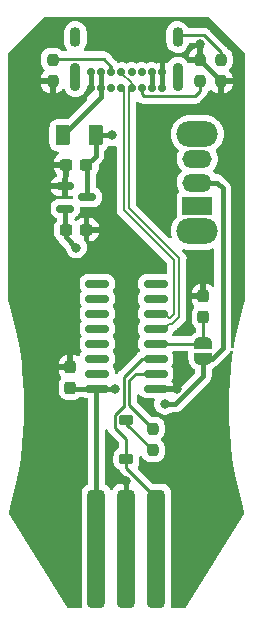
<source format=gtl>
G04 #@! TF.GenerationSoftware,KiCad,Pcbnew,7.0.9-7.0.9~ubuntu22.04.1*
G04 #@! TF.CreationDate,2023-12-26T10:47:29+01:00*
G04 #@! TF.ProjectId,UPDI programmer,55504449-2070-4726-9f67-72616d6d6572,rev?*
G04 #@! TF.SameCoordinates,Original*
G04 #@! TF.FileFunction,Copper,L1,Top*
G04 #@! TF.FilePolarity,Positive*
%FSLAX46Y46*%
G04 Gerber Fmt 4.6, Leading zero omitted, Abs format (unit mm)*
G04 Created by KiCad (PCBNEW 7.0.9-7.0.9~ubuntu22.04.1) date 2023-12-26 10:47:29*
%MOMM*%
%LPD*%
G01*
G04 APERTURE LIST*
G04 Aperture macros list*
%AMRoundRect*
0 Rectangle with rounded corners*
0 $1 Rounding radius*
0 $2 $3 $4 $5 $6 $7 $8 $9 X,Y pos of 4 corners*
0 Add a 4 corners polygon primitive as box body*
4,1,4,$2,$3,$4,$5,$6,$7,$8,$9,$2,$3,0*
0 Add four circle primitives for the rounded corners*
1,1,$1+$1,$2,$3*
1,1,$1+$1,$4,$5*
1,1,$1+$1,$6,$7*
1,1,$1+$1,$8,$9*
0 Add four rect primitives between the rounded corners*
20,1,$1+$1,$2,$3,$4,$5,0*
20,1,$1+$1,$4,$5,$6,$7,0*
20,1,$1+$1,$6,$7,$8,$9,0*
20,1,$1+$1,$8,$9,$2,$3,0*%
%AMFreePoly0*
4,1,19,0.500000,-0.750000,0.000000,-0.750000,0.000000,-0.744911,-0.071157,-0.744911,-0.207708,-0.704816,-0.327430,-0.627875,-0.420627,-0.520320,-0.479746,-0.390866,-0.500000,-0.250000,-0.500000,0.250000,-0.479746,0.390866,-0.420627,0.520320,-0.327430,0.627875,-0.207708,0.704816,-0.071157,0.744911,0.000000,0.744911,0.000000,0.750000,0.500000,0.750000,0.500000,-0.750000,0.500000,-0.750000,
$1*%
%AMFreePoly1*
4,1,19,0.000000,0.744911,0.071157,0.744911,0.207708,0.704816,0.327430,0.627875,0.420627,0.520320,0.479746,0.390866,0.500000,0.250000,0.500000,-0.250000,0.479746,-0.390866,0.420627,-0.520320,0.327430,-0.627875,0.207708,-0.704816,0.071157,-0.744911,0.000000,-0.744911,0.000000,-0.750000,-0.500000,-0.750000,-0.500000,0.750000,0.000000,0.750000,0.000000,0.744911,0.000000,0.744911,
$1*%
G04 Aperture macros list end*
G04 #@! TA.AperFunction,ComponentPad*
%ADD10C,0.700000*%
G04 #@! TD*
G04 #@! TA.AperFunction,ComponentPad*
%ADD11O,0.900000X2.400000*%
G04 #@! TD*
G04 #@! TA.AperFunction,ComponentPad*
%ADD12O,0.900000X1.700000*%
G04 #@! TD*
G04 #@! TA.AperFunction,SMDPad,CuDef*
%ADD13RoundRect,0.225000X-0.375000X0.225000X-0.375000X-0.225000X0.375000X-0.225000X0.375000X0.225000X0*%
G04 #@! TD*
G04 #@! TA.AperFunction,SMDPad,CuDef*
%ADD14RoundRect,0.237500X-0.237500X0.250000X-0.237500X-0.250000X0.237500X-0.250000X0.237500X0.250000X0*%
G04 #@! TD*
G04 #@! TA.AperFunction,SMDPad,CuDef*
%ADD15RoundRect,0.237500X0.237500X-0.300000X0.237500X0.300000X-0.237500X0.300000X-0.237500X-0.300000X0*%
G04 #@! TD*
G04 #@! TA.AperFunction,SMDPad,CuDef*
%ADD16FreePoly0,90.000000*%
G04 #@! TD*
G04 #@! TA.AperFunction,SMDPad,CuDef*
%ADD17FreePoly1,90.000000*%
G04 #@! TD*
G04 #@! TA.AperFunction,SMDPad,CuDef*
%ADD18RoundRect,0.250000X0.375000X0.625000X-0.375000X0.625000X-0.375000X-0.625000X0.375000X-0.625000X0*%
G04 #@! TD*
G04 #@! TA.AperFunction,SMDPad,CuDef*
%ADD19RoundRect,0.237500X0.237500X-0.250000X0.237500X0.250000X-0.237500X0.250000X-0.237500X-0.250000X0*%
G04 #@! TD*
G04 #@! TA.AperFunction,SMDPad,CuDef*
%ADD20RoundRect,0.150000X-0.587500X-0.150000X0.587500X-0.150000X0.587500X0.150000X-0.587500X0.150000X0*%
G04 #@! TD*
G04 #@! TA.AperFunction,ComponentPad*
%ADD21O,3.500000X2.200000*%
G04 #@! TD*
G04 #@! TA.AperFunction,ComponentPad*
%ADD22R,2.500000X1.500000*%
G04 #@! TD*
G04 #@! TA.AperFunction,ComponentPad*
%ADD23O,2.500000X1.500000*%
G04 #@! TD*
G04 #@! TA.AperFunction,SMDPad,CuDef*
%ADD24RoundRect,0.237500X0.300000X0.237500X-0.300000X0.237500X-0.300000X-0.237500X0.300000X-0.237500X0*%
G04 #@! TD*
G04 #@! TA.AperFunction,SMDPad,CuDef*
%ADD25RoundRect,0.150000X0.825000X0.150000X-0.825000X0.150000X-0.825000X-0.150000X0.825000X-0.150000X0*%
G04 #@! TD*
G04 #@! TA.AperFunction,SMDPad,CuDef*
%ADD26RoundRect,0.237500X-0.300000X-0.237500X0.300000X-0.237500X0.300000X0.237500X-0.300000X0.237500X0*%
G04 #@! TD*
G04 #@! TA.AperFunction,SMDPad,CuDef*
%ADD27RoundRect,0.375000X-0.375000X-4.625000X0.375000X-4.625000X0.375000X4.625000X-0.375000X4.625000X0*%
G04 #@! TD*
G04 #@! TA.AperFunction,ViaPad*
%ADD28C,0.800000*%
G04 #@! TD*
G04 #@! TA.AperFunction,Conductor*
%ADD29C,0.250000*%
G04 #@! TD*
G04 #@! TA.AperFunction,Conductor*
%ADD30C,0.400000*%
G04 #@! TD*
G04 #@! TA.AperFunction,Conductor*
%ADD31C,0.200000*%
G04 #@! TD*
G04 APERTURE END LIST*
D10*
G04 #@! TO.P,J1,A1,GND*
G04 #@! TO.N,GND*
X2975000Y43975000D03*
G04 #@! TO.P,J1,A4,VBUS*
G04 #@! TO.N,Net-(F1-Pad2)*
X2125000Y43975000D03*
G04 #@! TO.P,J1,A5,CC1*
G04 #@! TO.N,Net-(J1-CC1)*
X1275000Y43975000D03*
G04 #@! TO.P,J1,A6,D+*
G04 #@! TO.N,D+*
X425000Y43975000D03*
G04 #@! TO.P,J1,A7,D-*
G04 #@! TO.N,D-*
X-425000Y43975000D03*
G04 #@! TO.P,J1,A8,SBU1*
G04 #@! TO.N,unconnected-(J1-SBU1-PadA8)*
X-1275000Y43975000D03*
G04 #@! TO.P,J1,A9,VBUS*
G04 #@! TO.N,Net-(F1-Pad2)*
X-2125000Y43975000D03*
G04 #@! TO.P,J1,A12,GND*
G04 #@! TO.N,GND*
X-2975000Y43975000D03*
G04 #@! TO.P,J1,B1,GND*
X-2975000Y45325000D03*
G04 #@! TO.P,J1,B4,VBUS*
G04 #@! TO.N,Net-(F1-Pad2)*
X-2125000Y45325000D03*
G04 #@! TO.P,J1,B5,CC2*
G04 #@! TO.N,Net-(J1-CC2)*
X-1275000Y45325000D03*
G04 #@! TO.P,J1,B6,D+*
G04 #@! TO.N,D+*
X-425000Y45325000D03*
G04 #@! TO.P,J1,B7,D-*
G04 #@! TO.N,D-*
X425000Y45325000D03*
G04 #@! TO.P,J1,B8,SBU2*
G04 #@! TO.N,unconnected-(J1-SBU2-PadB8)*
X1275000Y45325000D03*
G04 #@! TO.P,J1,B9,VBUS*
G04 #@! TO.N,Net-(F1-Pad2)*
X2125000Y45325000D03*
G04 #@! TO.P,J1,B12,GND*
G04 #@! TO.N,GND*
X2975000Y45325000D03*
D11*
G04 #@! TO.P,J1,S1,SHIELD*
G04 #@! TO.N,Net-(J1-SHIELD)*
X4325000Y44955000D03*
D12*
X4325000Y48335000D03*
D11*
X-4325000Y44955000D03*
D12*
X-4325000Y48335000D03*
G04 #@! TD*
D13*
G04 #@! TO.P,D1,1,K*
G04 #@! TO.N,Net-(D1-K)*
X0Y15900000D03*
G04 #@! TO.P,D1,2,A*
G04 #@! TO.N,UPDI*
X0Y12600000D03*
G04 #@! TD*
D14*
G04 #@! TO.P,R3,1*
G04 #@! TO.N,Net-(J1-SHIELD)*
X8000000Y46412500D03*
G04 #@! TO.P,R3,2*
G04 #@! TO.N,GND*
X8000000Y44587500D03*
G04 #@! TD*
D15*
G04 #@! TO.P,C4,1*
G04 #@! TO.N,VCC*
X-4750000Y18637500D03*
G04 #@! TO.P,C4,2*
G04 #@! TO.N,GND*
X-4750000Y20362500D03*
G04 #@! TD*
D14*
G04 #@! TO.P,R4,1*
G04 #@! TO.N,Net-(U1-TXD)*
X2250000Y15162500D03*
G04 #@! TO.P,R4,2*
G04 #@! TO.N,Net-(D1-K)*
X2250000Y13337500D03*
G04 #@! TD*
G04 #@! TO.P,R1,1*
G04 #@! TO.N,Net-(J1-CC2)*
X-6250000Y46412500D03*
G04 #@! TO.P,R1,2*
G04 #@! TO.N,GND*
X-6250000Y44587500D03*
G04 #@! TD*
D16*
G04 #@! TO.P,JP1,1,A*
G04 #@! TO.N,VCC*
X6500000Y21100000D03*
D17*
G04 #@! TO.P,JP1,2,B*
G04 #@! TO.N,Net-(JP1-B)*
X6500000Y22400000D03*
G04 #@! TD*
D18*
G04 #@! TO.P,F1,1*
G04 #@! TO.N,+5V*
X-2600000Y40000000D03*
G04 #@! TO.P,F1,2*
G04 #@! TO.N,Net-(F1-Pad2)*
X-5400000Y40000000D03*
G04 #@! TD*
D19*
G04 #@! TO.P,R2,1*
G04 #@! TO.N,Net-(J1-CC1)*
X6250000Y44587500D03*
G04 #@! TO.P,R2,2*
G04 #@! TO.N,GND*
X6250000Y46412500D03*
G04 #@! TD*
D20*
G04 #@! TO.P,U2,1,GND*
G04 #@! TO.N,GND*
X-5187500Y35700000D03*
G04 #@! TO.P,U2,2,VO*
G04 #@! TO.N,+3.3V*
X-5187500Y33800000D03*
G04 #@! TO.P,U2,3,VI*
G04 #@! TO.N,+5V*
X-3312500Y34750000D03*
G04 #@! TD*
D21*
G04 #@! TO.P,SW1,*
G04 #@! TO.N,*
X6000000Y31900000D03*
X6000000Y40100000D03*
D22*
G04 #@! TO.P,SW1,1,C*
G04 #@! TO.N,+3.3V*
X6000000Y34000000D03*
D23*
G04 #@! TO.P,SW1,2,B*
G04 #@! TO.N,VCC*
X6000000Y36000000D03*
G04 #@! TO.P,SW1,3,A*
G04 #@! TO.N,+5V*
X6000000Y38000000D03*
G04 #@! TD*
D24*
G04 #@! TO.P,C2,1*
G04 #@! TO.N,+5V*
X-3387500Y37500000D03*
G04 #@! TO.P,C2,2*
G04 #@! TO.N,GND*
X-5112500Y37500000D03*
G04 #@! TD*
D25*
G04 #@! TO.P,U1,1,GND*
G04 #@! TO.N,GND*
X2475000Y18555000D03*
G04 #@! TO.P,U1,2,TXD*
G04 #@! TO.N,Net-(U1-TXD)*
X2475000Y19825000D03*
G04 #@! TO.P,U1,3,RXD*
G04 #@! TO.N,UPDI*
X2475000Y21095000D03*
G04 #@! TO.P,U1,4,V3*
G04 #@! TO.N,Net-(JP1-B)*
X2475000Y22365000D03*
G04 #@! TO.P,U1,5,UD+*
G04 #@! TO.N,D+*
X2475000Y23635000D03*
G04 #@! TO.P,U1,6,UD-*
G04 #@! TO.N,D-*
X2475000Y24905000D03*
G04 #@! TO.P,U1,7,NC*
G04 #@! TO.N,unconnected-(U1-NC-Pad7)*
X2475000Y26175000D03*
G04 #@! TO.P,U1,8,NC*
G04 #@! TO.N,unconnected-(U1-NC-Pad8)*
X2475000Y27445000D03*
G04 #@! TO.P,U1,9,~{CTS}*
G04 #@! TO.N,unconnected-(U1-~{CTS}-Pad9)*
X-2475000Y27445000D03*
G04 #@! TO.P,U1,10,~{DSR}*
G04 #@! TO.N,unconnected-(U1-~{DSR}-Pad10)*
X-2475000Y26175000D03*
G04 #@! TO.P,U1,11,~{RI}*
G04 #@! TO.N,unconnected-(U1-~{RI}-Pad11)*
X-2475000Y24905000D03*
G04 #@! TO.P,U1,12,~{DCD}*
G04 #@! TO.N,unconnected-(U1-~{DCD}-Pad12)*
X-2475000Y23635000D03*
G04 #@! TO.P,U1,13,~{DTR}*
G04 #@! TO.N,unconnected-(U1-~{DTR}-Pad13)*
X-2475000Y22365000D03*
G04 #@! TO.P,U1,14,~{RTS}*
G04 #@! TO.N,unconnected-(U1-~{RTS}-Pad14)*
X-2475000Y21095000D03*
G04 #@! TO.P,U1,15,R232*
G04 #@! TO.N,unconnected-(U1-R232-Pad15)*
X-2475000Y19825000D03*
G04 #@! TO.P,U1,16,VCC*
G04 #@! TO.N,VCC*
X-2475000Y18555000D03*
G04 #@! TD*
D15*
G04 #@! TO.P,C1,1*
G04 #@! TO.N,Net-(JP1-B)*
X6500000Y24637500D03*
G04 #@! TO.P,C1,2*
G04 #@! TO.N,GND*
X6500000Y26362500D03*
G04 #@! TD*
D26*
G04 #@! TO.P,C3,1*
G04 #@! TO.N,+3.3V*
X-5112500Y32000000D03*
G04 #@! TO.P,C3,2*
G04 #@! TO.N,GND*
X-3387500Y32000000D03*
G04 #@! TD*
D27*
G04 #@! TO.P,J2,1,Pin_1*
G04 #@! TO.N,VCC*
X-2540000Y5000000D03*
G04 #@! TO.P,J2,2,Pin_2*
G04 #@! TO.N,GND*
X0Y5000000D03*
G04 #@! TO.P,J2,3,Pin_3*
G04 #@! TO.N,UPDI*
X2540000Y5000000D03*
G04 #@! TD*
D28*
G04 #@! TO.N,GND*
X6500000Y27750000D03*
X8115932Y38350925D03*
X-4391691Y2973414D03*
X-6250000Y43250000D03*
X-2500000Y48000000D03*
X-6659203Y7868847D03*
X4250000Y42000000D03*
X5923966Y15099120D03*
X6250000Y47750000D03*
X0Y10750000D03*
X-6500000Y37500000D03*
X5826613Y8094036D03*
X-4500000Y42500000D03*
X3079411Y35727416D03*
X-7123044Y48126763D03*
X-2000000Y32000000D03*
X3000000Y47000000D03*
X-6573889Y15193648D03*
X4250000Y18500000D03*
X-6923900Y30993754D03*
X-4750000Y21750000D03*
X-7178161Y23108929D03*
G04 #@! TO.N,+5V*
X-1250000Y40000000D03*
G04 #@! TO.N,+3.3V*
X-4250000Y30500000D03*
G04 #@! TO.N,VCC*
X3250000Y17250000D03*
X-1000000Y18500000D03*
G04 #@! TD*
D29*
G04 #@! TO.N,Net-(JP1-B)*
X6500000Y22400000D02*
X6500000Y24637500D01*
X6465000Y22365000D02*
X6500000Y22400000D01*
X2475000Y22365000D02*
X6465000Y22365000D01*
D30*
G04 #@! TO.N,GND*
X6250000Y46337500D02*
X8000000Y44587500D01*
X2975000Y45325000D02*
X2975000Y43975000D01*
X2975000Y46975000D02*
X3000000Y47000000D01*
X-6250000Y44587500D02*
X-6250000Y43250000D01*
X-5187500Y35700000D02*
X-5187500Y37425000D01*
X6250000Y46412500D02*
X6250000Y46337500D01*
X6500000Y26362500D02*
X6500000Y27750000D01*
X6250000Y46412500D02*
X6250000Y47750000D01*
X-5112500Y37500000D02*
X-6500000Y37500000D01*
X2475000Y18555000D02*
X4195000Y18555000D01*
X-5187500Y37425000D02*
X-5112500Y37500000D01*
X-3387500Y32000000D02*
X-2000000Y32000000D01*
X2975000Y45325000D02*
X2975000Y46975000D01*
X-2975000Y45325000D02*
X-2975000Y43975000D01*
X4195000Y18555000D02*
X4250000Y18500000D01*
X-4750000Y20362500D02*
X-4750000Y21750000D01*
X0Y5000000D02*
X0Y10750000D01*
G04 #@! TO.N,+5V*
X-3312500Y34750000D02*
X-3312500Y37425000D01*
X-1250000Y40000000D02*
X-2600000Y40000000D01*
X-2600000Y38287500D02*
X-3387500Y37500000D01*
X-2600000Y40000000D02*
X-2600000Y38287500D01*
X-3312500Y37425000D02*
X-3387500Y37500000D01*
G04 #@! TO.N,+3.3V*
X-5187500Y32075000D02*
X-5112500Y32000000D01*
X-5112500Y32000000D02*
X-5112500Y31362500D01*
X-5187500Y33800000D02*
X-5187500Y32075000D01*
X-5112500Y31362500D02*
X-4250000Y30500000D01*
D29*
G04 #@! TO.N,Net-(J1-CC1)*
X1450000Y43300000D02*
X1275000Y43475000D01*
X6250000Y44587500D02*
X6250000Y43750000D01*
X5800000Y43300000D02*
X1450000Y43300000D01*
X6250000Y43750000D02*
X5800000Y43300000D01*
X1275000Y43475000D02*
X1275000Y43975000D01*
D31*
G04 #@! TO.N,D+*
X4475000Y24656800D02*
X3863200Y24045000D01*
X-425000Y45255761D02*
X425000Y44405761D01*
X3863200Y24045000D02*
X3560000Y24045000D01*
X225001Y33843199D02*
X4475000Y29593200D01*
X3560000Y24045000D02*
X3150000Y23635000D01*
X4475000Y29593200D02*
X4475000Y24656800D01*
X425000Y44405761D02*
X425000Y43975000D01*
X425000Y43975000D02*
X225001Y43775001D01*
X-425000Y45325000D02*
X-425000Y45255761D01*
X3150000Y23635000D02*
X2475000Y23635000D01*
X225001Y43775001D02*
X225001Y33843199D01*
G04 #@! TO.N,D-*
X3676800Y24495000D02*
X3560000Y24495000D01*
X3560000Y24495000D02*
X3150000Y24905000D01*
X-225001Y33656801D02*
X4025000Y29406800D01*
X-425000Y43975000D02*
X-225001Y43775001D01*
X4025000Y24843200D02*
X3676800Y24495000D01*
X3150000Y24905000D02*
X2475000Y24905000D01*
X-225001Y43775001D02*
X-225001Y33656801D01*
X4025000Y29406800D02*
X4025000Y24843200D01*
D29*
G04 #@! TO.N,Net-(J1-CC2)*
X-6182500Y46480000D02*
X-1935026Y46480000D01*
X-1935026Y46480000D02*
X-1275000Y45819974D01*
X-6250000Y46412500D02*
X-6182500Y46480000D01*
X-1275000Y45819974D02*
X-1275000Y45325000D01*
G04 #@! TO.N,Net-(J1-SHIELD)*
X6550305Y48475000D02*
X4465000Y48475000D01*
X4465000Y48475000D02*
X4325000Y48335000D01*
X8000000Y47025305D02*
X6550305Y48475000D01*
X8000000Y46412500D02*
X8000000Y47025305D01*
D30*
G04 #@! TO.N,VCC*
X7250000Y21100000D02*
X6500000Y21100000D01*
X-1000000Y18500000D02*
X-2420000Y18500000D01*
X-4667500Y18555000D02*
X-4750000Y18637500D01*
X8150000Y22000000D02*
X7250000Y21100000D01*
X-2475000Y18555000D02*
X-4667500Y18555000D01*
X-2420000Y18500000D02*
X-2475000Y18555000D01*
X-2540000Y5000000D02*
X-2540000Y18490000D01*
X7650000Y36000000D02*
X8150000Y35500000D01*
X6000000Y36000000D02*
X7650000Y36000000D01*
X6500000Y19618629D02*
X4131371Y17250000D01*
X8150000Y35500000D02*
X8150000Y22000000D01*
X6500000Y21100000D02*
X6500000Y19618629D01*
X4131371Y17250000D02*
X3250000Y17250000D01*
X-2540000Y18490000D02*
X-2475000Y18555000D01*
D29*
G04 #@! TO.N,Net-(D1-K)*
X0Y15587500D02*
X2250000Y13337500D01*
X0Y15900000D02*
X0Y15587500D01*
G04 #@! TO.N,UPDI*
X-1000000Y15250000D02*
X0Y14250000D01*
X2540000Y5000000D02*
X2540000Y9310000D01*
X0Y14250000D02*
X0Y12600000D01*
X1345000Y21095000D02*
X-200000Y19550000D01*
X-200000Y17000000D02*
X-284052Y17000000D01*
X2475000Y21095000D02*
X1345000Y21095000D01*
X2540000Y9310000D02*
X0Y11850000D01*
X-284052Y17000000D02*
X-1000000Y16284052D01*
X0Y12600000D02*
X0Y11850000D01*
X-200000Y19550000D02*
X-200000Y17000000D01*
X-1000000Y16284052D02*
X-1000000Y15250000D01*
G04 #@! TO.N,Net-(U1-TXD)*
X825000Y19825000D02*
X2475000Y19825000D01*
X250000Y19250000D02*
X825000Y19825000D01*
X2250000Y15162500D02*
X250000Y17162500D01*
X250000Y17162500D02*
X250000Y19250000D01*
D30*
G04 #@! TO.N,Net-(F1-Pad2)*
X-2125000Y43975000D02*
X-2125000Y43275000D01*
X2125000Y45325000D02*
X2125000Y43975000D01*
X-2125000Y45325000D02*
X-2125000Y43975000D01*
X-2125000Y43275000D02*
X-5400000Y40000000D01*
G04 #@! TD*
G04 #@! TA.AperFunction,Conductor*
G04 #@! TO.N,GND*
G36*
X7015469Y49979815D02*
G01*
X7036111Y49963181D01*
X9963181Y47036112D01*
X9996666Y46974789D01*
X9999500Y46948431D01*
X9999500Y26018274D01*
X9994270Y25982640D01*
X9875879Y25588035D01*
X9845192Y25485753D01*
X9572006Y24446988D01*
X9334592Y23399468D01*
X9133228Y22344426D01*
X9102880Y22149304D01*
X9097027Y22111676D01*
X9067273Y22048459D01*
X9008064Y22011363D01*
X8938199Y22012167D01*
X8879859Y22050614D01*
X8851567Y22114500D01*
X8850500Y22130734D01*
X8850500Y35476953D01*
X8850613Y35480698D01*
X8854358Y35542606D01*
X8843175Y35603629D01*
X8842613Y35607326D01*
X8838928Y35637670D01*
X8835140Y35668872D01*
X8831548Y35678344D01*
X8825521Y35699966D01*
X8823695Y35709929D01*
X8823695Y35709931D01*
X8798224Y35766524D01*
X8796817Y35769921D01*
X8774818Y35827930D01*
X8774816Y35827932D01*
X8774816Y35827934D01*
X8769062Y35836269D01*
X8758034Y35855823D01*
X8753880Y35865053D01*
X8753878Y35865056D01*
X8715621Y35913888D01*
X8713427Y35916870D01*
X8678183Y35967929D01*
X8631750Y36009065D01*
X8629056Y36011601D01*
X8161598Y36479059D01*
X8159064Y36481750D01*
X8117929Y36528183D01*
X8117928Y36528184D01*
X8117924Y36528188D01*
X8066896Y36563409D01*
X8063887Y36565623D01*
X8015060Y36603876D01*
X8015055Y36603880D01*
X8005813Y36608039D01*
X7986266Y36619064D01*
X7977931Y36624817D01*
X7977932Y36624817D01*
X7977930Y36624818D01*
X7919941Y36646811D01*
X7916490Y36648241D01*
X7859930Y36673696D01*
X7849946Y36675526D01*
X7828343Y36681549D01*
X7818874Y36685140D01*
X7818870Y36685141D01*
X7757313Y36692616D01*
X7753612Y36693179D01*
X7692608Y36704358D01*
X7692603Y36704358D01*
X7630697Y36700613D01*
X7626952Y36700500D01*
X7600534Y36700500D01*
X7533495Y36720185D01*
X7503587Y36747187D01*
X7407507Y36867667D01*
X7363489Y36906125D01*
X7325955Y36965057D01*
X7326241Y37034926D01*
X7355448Y37085197D01*
X7363747Y37093877D01*
X7481632Y37217175D01*
X7605635Y37405032D01*
X7694103Y37612012D01*
X7744191Y37831463D01*
X7754290Y38056330D01*
X7724075Y38279387D01*
X7654517Y38493464D01*
X7599897Y38594965D01*
X7569313Y38651800D01*
X7554879Y38720163D01*
X7579697Y38785477D01*
X7597975Y38804850D01*
X7617269Y38821330D01*
X7785224Y38964776D01*
X7948836Y39156341D01*
X8080466Y39371141D01*
X8176873Y39603889D01*
X8235683Y39848852D01*
X8255449Y40100000D01*
X8235683Y40351148D01*
X8176873Y40596111D01*
X8101617Y40777796D01*
X8080466Y40828860D01*
X7948839Y41043654D01*
X7948838Y41043657D01*
X7911875Y41086934D01*
X7785224Y41235224D01*
X7597934Y41395185D01*
X7593656Y41398839D01*
X7593653Y41398840D01*
X7378859Y41530467D01*
X7146110Y41626874D01*
X6901150Y41685683D01*
X6712884Y41700500D01*
X6712882Y41700500D01*
X5287118Y41700500D01*
X5287116Y41700500D01*
X5098849Y41685683D01*
X4853889Y41626874D01*
X4621140Y41530467D01*
X4406346Y41398840D01*
X4406343Y41398839D01*
X4214776Y41235224D01*
X4051161Y41043657D01*
X4051160Y41043654D01*
X3919533Y40828860D01*
X3823126Y40596111D01*
X3764317Y40351152D01*
X3744551Y40100000D01*
X3764317Y39848849D01*
X3823126Y39603890D01*
X3919533Y39371141D01*
X4051160Y39156347D01*
X4051161Y39156344D01*
X4071561Y39132459D01*
X4214776Y38964776D01*
X4402405Y38804526D01*
X4440598Y38746019D01*
X4441097Y38676151D01*
X4425361Y38641926D01*
X4394363Y38594965D01*
X4394361Y38594961D01*
X4305899Y38387996D01*
X4305895Y38387983D01*
X4255810Y38168543D01*
X4255808Y38168532D01*
X4246424Y37959574D01*
X4245710Y37943670D01*
X4275925Y37720613D01*
X4275926Y37720610D01*
X4345483Y37506535D01*
X4452146Y37308322D01*
X4452148Y37308319D01*
X4592489Y37132337D01*
X4592491Y37132336D01*
X4592492Y37132334D01*
X4636510Y37093876D01*
X4674044Y37034945D01*
X4673758Y36965076D01*
X4644552Y36914805D01*
X4518369Y36782827D01*
X4394363Y36594967D01*
X4305899Y36387996D01*
X4305895Y36387983D01*
X4255810Y36168543D01*
X4255808Y36168532D01*
X4248702Y36010292D01*
X4245710Y35943670D01*
X4275925Y35720613D01*
X4275926Y35720610D01*
X4345483Y35506535D01*
X4452146Y35308322D01*
X4455214Y35303675D01*
X4453612Y35302618D01*
X4476785Y35245847D01*
X4464025Y35177152D01*
X4427741Y35133962D01*
X4392452Y35107545D01*
X4306206Y34992336D01*
X4306202Y34992329D01*
X4255908Y34857483D01*
X4249501Y34797884D01*
X4249500Y34797865D01*
X4249500Y33202130D01*
X4249501Y33202121D01*
X4256020Y33141475D01*
X4243613Y33072716D01*
X4217530Y33039372D01*
X4218227Y33038675D01*
X4214776Y33035224D01*
X4051161Y32843657D01*
X4051160Y32843654D01*
X3919533Y32628860D01*
X3823126Y32396111D01*
X3764317Y32151152D01*
X3744551Y31900000D01*
X3764317Y31648849D01*
X3818292Y31424026D01*
X3814801Y31354243D01*
X3774137Y31297426D01*
X3709211Y31271613D01*
X3640635Y31284999D01*
X3610037Y31307398D01*
X861820Y34055615D01*
X828335Y34116938D01*
X825501Y34143296D01*
X825501Y42740546D01*
X845186Y42807585D01*
X897990Y42853340D01*
X967148Y42863284D01*
X1030704Y42834259D01*
X1033224Y42831911D01*
X1035519Y42829889D01*
X1035523Y42829886D01*
X1035529Y42829880D01*
X1041011Y42825627D01*
X1045443Y42821843D01*
X1079418Y42789938D01*
X1096976Y42780286D01*
X1113235Y42769605D01*
X1129064Y42757327D01*
X1171838Y42738818D01*
X1177056Y42736262D01*
X1217908Y42713803D01*
X1237316Y42708820D01*
X1255717Y42702520D01*
X1274104Y42694563D01*
X1317488Y42687692D01*
X1320119Y42687275D01*
X1325839Y42686091D01*
X1370981Y42674500D01*
X1391016Y42674500D01*
X1410414Y42672974D01*
X1430194Y42669841D01*
X1430195Y42669840D01*
X1430195Y42669841D01*
X1430196Y42669840D01*
X1476584Y42674225D01*
X1482422Y42674500D01*
X5717257Y42674500D01*
X5732877Y42672776D01*
X5732904Y42673061D01*
X5740660Y42672329D01*
X5740667Y42672327D01*
X5809814Y42674500D01*
X5839350Y42674500D01*
X5846228Y42675370D01*
X5852041Y42675828D01*
X5898627Y42677291D01*
X5917869Y42682883D01*
X5936912Y42686826D01*
X5956792Y42689336D01*
X6000122Y42706493D01*
X6005646Y42708383D01*
X6009396Y42709473D01*
X6050390Y42721382D01*
X6067629Y42731578D01*
X6085103Y42740138D01*
X6103727Y42747512D01*
X6103727Y42747513D01*
X6103732Y42747514D01*
X6141449Y42774918D01*
X6146305Y42778108D01*
X6186420Y42801830D01*
X6200589Y42816001D01*
X6215379Y42828632D01*
X6231587Y42840406D01*
X6261299Y42876324D01*
X6265212Y42880624D01*
X6633785Y43249197D01*
X6646041Y43259013D01*
X6645858Y43259235D01*
X6651875Y43264213D01*
X6651874Y43264213D01*
X6651877Y43264214D01*
X6676251Y43290171D01*
X6699227Y43314636D01*
X6709671Y43325082D01*
X6720120Y43335529D01*
X6724379Y43341022D01*
X6728152Y43345439D01*
X6760062Y43379418D01*
X6769713Y43396976D01*
X6780396Y43413239D01*
X6792673Y43429064D01*
X6811185Y43471847D01*
X6813738Y43477059D01*
X6836197Y43517908D01*
X6841180Y43537320D01*
X6847481Y43555720D01*
X6855437Y43574104D01*
X6862728Y43620144D01*
X6863909Y43625841D01*
X6864249Y43627165D01*
X6874882Y43668576D01*
X6910619Y43728611D01*
X6929887Y43743273D01*
X6948350Y43754660D01*
X7037675Y43843986D01*
X7098994Y43877468D01*
X7168686Y43872484D01*
X7213034Y43843983D01*
X7301961Y43755056D01*
X7301965Y43755053D01*
X7448688Y43664552D01*
X7448699Y43664547D01*
X7612347Y43610320D01*
X7713352Y43600001D01*
X7750000Y43600001D01*
X7750000Y44337500D01*
X8250000Y44337500D01*
X8250000Y43600001D01*
X8286640Y43600001D01*
X8286654Y43600002D01*
X8387652Y43610320D01*
X8551300Y43664547D01*
X8551311Y43664552D01*
X8698034Y43755053D01*
X8698038Y43755056D01*
X8819944Y43876962D01*
X8819947Y43876966D01*
X8910448Y44023689D01*
X8910453Y44023700D01*
X8964680Y44187348D01*
X8974999Y44288346D01*
X8975000Y44288359D01*
X8975000Y44337500D01*
X8250000Y44337500D01*
X7750000Y44337500D01*
X7750000Y44713500D01*
X7769685Y44780539D01*
X7822489Y44826294D01*
X7874000Y44837500D01*
X8974999Y44837500D01*
X8974999Y44886640D01*
X8974998Y44886655D01*
X8964680Y44987653D01*
X8910453Y45151301D01*
X8910448Y45151312D01*
X8819947Y45298035D01*
X8819944Y45298039D01*
X8706017Y45411966D01*
X8672532Y45473289D01*
X8677516Y45542981D01*
X8706013Y45587324D01*
X8820340Y45701650D01*
X8910908Y45848484D01*
X8965174Y46012247D01*
X8975500Y46113323D01*
X8975499Y46711676D01*
X8965174Y46812753D01*
X8910908Y46976516D01*
X8820340Y47123350D01*
X8698350Y47245340D01*
X8698346Y47245343D01*
X8565062Y47327554D01*
X8529851Y47360193D01*
X8525098Y47366733D01*
X8521900Y47371600D01*
X8498170Y47411726D01*
X8498167Y47411729D01*
X8498165Y47411732D01*
X8484005Y47425892D01*
X8471370Y47440685D01*
X8459593Y47456893D01*
X8423693Y47486592D01*
X8419381Y47490515D01*
X7051108Y48858788D01*
X7041285Y48871050D01*
X7041064Y48870866D01*
X7036091Y48876877D01*
X6985669Y48924227D01*
X6975224Y48934672D01*
X6964780Y48945117D01*
X6959291Y48949375D01*
X6954866Y48953153D01*
X6920887Y48985062D01*
X6920885Y48985064D01*
X6920882Y48985065D01*
X6903334Y48994712D01*
X6887068Y49005396D01*
X6871238Y49017675D01*
X6828473Y49036182D01*
X6823227Y49038752D01*
X6782398Y49061197D01*
X6782397Y49061198D01*
X6762998Y49066178D01*
X6744586Y49072482D01*
X6726203Y49080438D01*
X6726197Y49080440D01*
X6680179Y49087728D01*
X6674457Y49088913D01*
X6629326Y49100500D01*
X6629324Y49100500D01*
X6609289Y49100500D01*
X6589891Y49102027D01*
X6582467Y49103203D01*
X6570110Y49105160D01*
X6570109Y49105160D01*
X6523721Y49100775D01*
X6517883Y49100500D01*
X5282223Y49100500D01*
X5215184Y49120185D01*
X5173804Y49164323D01*
X5109160Y49280789D01*
X5109157Y49280794D01*
X4983241Y49427467D01*
X4983240Y49427469D01*
X4830375Y49545795D01*
X4830371Y49545797D01*
X4823396Y49549219D01*
X4656816Y49630930D01*
X4656814Y49630931D01*
X4656811Y49630932D01*
X4656813Y49630932D01*
X4469682Y49679384D01*
X4469676Y49679385D01*
X4340964Y49685913D01*
X4276610Y49689176D01*
X4276609Y49689176D01*
X4276607Y49689176D01*
X4085533Y49659905D01*
X4085521Y49659902D01*
X3904251Y49592766D01*
X3904242Y49592762D01*
X3740196Y49490512D01*
X3600080Y49357323D01*
X3489646Y49198658D01*
X3413413Y49021013D01*
X3374500Y48831657D01*
X3374500Y47886793D01*
X3389154Y47742678D01*
X3447022Y47558241D01*
X3447029Y47558226D01*
X3540839Y47389212D01*
X3540842Y47389207D01*
X3666758Y47242534D01*
X3666759Y47242532D01*
X3819624Y47124206D01*
X3819627Y47124204D01*
X3993184Y47039070D01*
X3993188Y47039069D01*
X3993186Y47039069D01*
X4180317Y46990617D01*
X4180320Y46990617D01*
X4180326Y46990615D01*
X4373390Y46980824D01*
X4564474Y47010097D01*
X4745753Y47077236D01*
X4909807Y47179491D01*
X5049919Y47312677D01*
X5160353Y47471342D01*
X5236587Y47648988D01*
X5257440Y47750461D01*
X5290217Y47812166D01*
X5351150Y47846355D01*
X5378902Y47849500D01*
X6239853Y47849500D01*
X6306892Y47829815D01*
X6327534Y47813181D01*
X6532676Y47608039D01*
X6566161Y47546716D01*
X6561177Y47477024D01*
X6532677Y47432677D01*
X6500000Y47400000D01*
X6500000Y46286500D01*
X6480315Y46219461D01*
X6427511Y46173706D01*
X6376000Y46162500D01*
X5231159Y46162500D01*
X5164120Y46182185D01*
X5122740Y46226323D01*
X5109160Y46250789D01*
X5109157Y46250794D01*
X4983241Y46397467D01*
X4983240Y46397469D01*
X4830375Y46515795D01*
X4830371Y46515797D01*
X4823396Y46519219D01*
X4656816Y46600930D01*
X4656814Y46600931D01*
X4656811Y46600932D01*
X4656813Y46600932D01*
X4469682Y46649384D01*
X4469676Y46649385D01*
X4340964Y46655913D01*
X4276610Y46659176D01*
X4276609Y46659176D01*
X4276607Y46659176D01*
X4085533Y46629905D01*
X4085521Y46629902D01*
X3904251Y46562766D01*
X3904242Y46562762D01*
X3740196Y46460512D01*
X3600080Y46327323D01*
X3489645Y46168656D01*
X3489644Y46168654D01*
X3487920Y46164636D01*
X3443390Y46110794D01*
X3376821Y46089575D01*
X3323536Y46100262D01*
X3239108Y46137852D01*
X3064339Y46175000D01*
X2885661Y46175000D01*
X2710890Y46137852D01*
X2710887Y46137851D01*
X2601048Y46088948D01*
X2531798Y46079664D01*
X2500179Y46088948D01*
X2389265Y46138330D01*
X2246599Y46168654D01*
X2214391Y46175500D01*
X2035609Y46175500D01*
X2003401Y46168654D01*
X1860734Y46138330D01*
X1860729Y46138328D01*
X1750434Y46089222D01*
X1681184Y46079938D01*
X1649566Y46089222D01*
X1539270Y46138328D01*
X1539265Y46138330D01*
X1396599Y46168654D01*
X1364391Y46175500D01*
X1185609Y46175500D01*
X1153401Y46168654D01*
X1010734Y46138330D01*
X1010729Y46138328D01*
X900434Y46089222D01*
X831184Y46079938D01*
X799566Y46089222D01*
X689270Y46138328D01*
X689265Y46138330D01*
X546599Y46168654D01*
X514391Y46175500D01*
X335609Y46175500D01*
X303401Y46168654D01*
X160734Y46138330D01*
X160729Y46138328D01*
X50434Y46089222D01*
X-18816Y46079938D01*
X-50434Y46089222D01*
X-160730Y46138328D01*
X-160735Y46138330D01*
X-303401Y46168654D01*
X-335609Y46175500D01*
X-514391Y46175500D01*
X-514392Y46175500D01*
X-644139Y46147922D01*
X-713806Y46153238D01*
X-769539Y46195375D01*
X-776654Y46206096D01*
X-776830Y46206394D01*
X-776835Y46206400D01*
X-790994Y46220559D01*
X-803632Y46235355D01*
X-815406Y46251561D01*
X-851312Y46281265D01*
X-855624Y46285188D01*
X-1232935Y46662500D01*
X5275000Y46662500D01*
X6000000Y46662500D01*
X6000000Y47400000D01*
X5963361Y47400000D01*
X5963343Y47399999D01*
X5862347Y47389681D01*
X5698699Y47335454D01*
X5698688Y47335449D01*
X5551965Y47244948D01*
X5551961Y47244945D01*
X5430055Y47123039D01*
X5430052Y47123035D01*
X5339551Y46976312D01*
X5339546Y46976301D01*
X5285319Y46812653D01*
X5275000Y46711655D01*
X5275000Y46662500D01*
X-1232935Y46662500D01*
X-1434223Y46863788D01*
X-1444046Y46876050D01*
X-1444267Y46875866D01*
X-1449240Y46881877D01*
X-1499662Y46929227D01*
X-1510107Y46939672D01*
X-1520551Y46950117D01*
X-1526040Y46954375D01*
X-1530465Y46958153D01*
X-1564444Y46990062D01*
X-1564446Y46990064D01*
X-1564449Y46990065D01*
X-1581997Y46999712D01*
X-1598263Y47010396D01*
X-1614093Y47022675D01*
X-1656858Y47041182D01*
X-1662104Y47043752D01*
X-1702933Y47066197D01*
X-1702934Y47066198D01*
X-1722333Y47071178D01*
X-1740745Y47077482D01*
X-1759128Y47085438D01*
X-1759134Y47085440D01*
X-1805152Y47092728D01*
X-1810874Y47093913D01*
X-1856005Y47105500D01*
X-1856007Y47105500D01*
X-1876042Y47105500D01*
X-1895440Y47107027D01*
X-1902864Y47108203D01*
X-1915221Y47110160D01*
X-1915222Y47110160D01*
X-1961610Y47105775D01*
X-1967448Y47105500D01*
X-3508061Y47105500D01*
X-3575100Y47125185D01*
X-3620855Y47177989D01*
X-3630799Y47247147D01*
X-3603465Y47307370D01*
X-3603674Y47307515D01*
X-3602881Y47308655D01*
X-3602148Y47310269D01*
X-3600088Y47312672D01*
X-3600081Y47312677D01*
X-3489647Y47471342D01*
X-3413413Y47648988D01*
X-3374500Y47838344D01*
X-3374500Y48783206D01*
X-3389155Y48927321D01*
X-3389155Y48927323D01*
X-3447023Y49111760D01*
X-3447025Y49111764D01*
X-3447026Y49111768D01*
X-3540841Y49280791D01*
X-3540842Y49280792D01*
X-3540843Y49280794D01*
X-3666759Y49427467D01*
X-3666760Y49427469D01*
X-3819625Y49545795D01*
X-3819629Y49545797D01*
X-3826604Y49549219D01*
X-3993184Y49630930D01*
X-3993186Y49630931D01*
X-3993189Y49630932D01*
X-3993187Y49630932D01*
X-4180318Y49679384D01*
X-4180324Y49679385D01*
X-4309036Y49685913D01*
X-4373390Y49689176D01*
X-4373391Y49689176D01*
X-4373393Y49689176D01*
X-4564467Y49659905D01*
X-4564479Y49659902D01*
X-4745749Y49592766D01*
X-4745758Y49592762D01*
X-4909804Y49490512D01*
X-5049920Y49357323D01*
X-5160354Y49198658D01*
X-5236587Y49021013D01*
X-5275500Y48831657D01*
X-5275500Y47886793D01*
X-5260846Y47742678D01*
X-5202978Y47558241D01*
X-5202971Y47558226D01*
X-5109161Y47389212D01*
X-5109158Y47389207D01*
X-5041392Y47310270D01*
X-5012660Y47246582D01*
X-5022922Y47177470D01*
X-5068920Y47124877D01*
X-5135478Y47105500D01*
X-5360448Y47105500D01*
X-5427487Y47125185D01*
X-5448129Y47141819D01*
X-5551649Y47245339D01*
X-5551650Y47245340D01*
X-5654300Y47308655D01*
X-5698482Y47335907D01*
X-5698487Y47335909D01*
X-5703783Y47337664D01*
X-5862247Y47390174D01*
X-5862249Y47390175D01*
X-5963322Y47400500D01*
X-6536670Y47400500D01*
X-6536688Y47400499D01*
X-6637753Y47390175D01*
X-6801516Y47335908D01*
X-6801519Y47335907D01*
X-6948352Y47245339D01*
X-7070339Y47123352D01*
X-7160907Y46976519D01*
X-7160909Y46976514D01*
X-7167652Y46956164D01*
X-7215174Y46812753D01*
X-7215174Y46812752D01*
X-7215175Y46812752D01*
X-7225500Y46711685D01*
X-7225500Y46113331D01*
X-7225499Y46113313D01*
X-7215175Y46012248D01*
X-7178891Y45902751D01*
X-7160908Y45848484D01*
X-7070845Y45702468D01*
X-7070339Y45701649D01*
X-6956018Y45587328D01*
X-6922533Y45526005D01*
X-6927517Y45456313D01*
X-6956017Y45411966D01*
X-7069948Y45298035D01*
X-7160449Y45151312D01*
X-7160454Y45151301D01*
X-7214681Y44987653D01*
X-7225000Y44886655D01*
X-7225000Y44837500D01*
X-6124000Y44837500D01*
X-6056961Y44817815D01*
X-6011206Y44765011D01*
X-6000000Y44713500D01*
X-6000000Y43600001D01*
X-5963360Y43600001D01*
X-5963346Y43600002D01*
X-5862348Y43610320D01*
X-5698700Y43664547D01*
X-5698689Y43664552D01*
X-5551966Y43755053D01*
X-5551962Y43755056D01*
X-5430056Y43876962D01*
X-5425574Y43882629D01*
X-5423672Y43881125D01*
X-5380316Y43920144D01*
X-5311356Y43931386D01*
X-5247266Y43903561D01*
X-5208394Y43845503D01*
X-5208380Y43845461D01*
X-5202976Y43828236D01*
X-5202971Y43828226D01*
X-5109161Y43659212D01*
X-5109158Y43659207D01*
X-4983242Y43512534D01*
X-4983241Y43512532D01*
X-4830376Y43394206D01*
X-4830373Y43394204D01*
X-4656816Y43309070D01*
X-4656812Y43309069D01*
X-4656814Y43309069D01*
X-4469683Y43260617D01*
X-4469680Y43260617D01*
X-4469674Y43260615D01*
X-4276610Y43250824D01*
X-4085526Y43280097D01*
X-3904247Y43347236D01*
X-3740193Y43449491D01*
X-3600081Y43582677D01*
X-3489647Y43741342D01*
X-3444500Y43846547D01*
X-3418235Y43885321D01*
X-3186874Y44116681D01*
X-3125551Y44150166D01*
X-3080191Y44146923D01*
X-3135387Y44102905D01*
X-3175000Y44020649D01*
X-3175000Y43929351D01*
X-3135387Y43847095D01*
X-3064008Y43790173D01*
X-2997532Y43775000D01*
X-2954285Y43775000D01*
X-2945190Y43747006D01*
X-2943195Y43677165D01*
X-2975440Y43621008D01*
X-3374168Y43222281D01*
X-3372170Y43211504D01*
X-3343362Y43187018D01*
X-3323040Y43120169D01*
X-3342085Y43052945D01*
X-3359353Y43031307D01*
X-4978840Y41411819D01*
X-5040163Y41378334D01*
X-5066521Y41375500D01*
X-5825002Y41375500D01*
X-5825020Y41375499D01*
X-5927797Y41365000D01*
X-5927800Y41364999D01*
X-6094332Y41309815D01*
X-6094337Y41309813D01*
X-6243658Y41217711D01*
X-6367711Y41093658D01*
X-6459813Y40944337D01*
X-6459815Y40944332D01*
X-6478813Y40887000D01*
X-6514999Y40777797D01*
X-6514999Y40777796D01*
X-6515000Y40777796D01*
X-6525500Y40675017D01*
X-6525500Y39324999D01*
X-6525499Y39324982D01*
X-6515000Y39222204D01*
X-6514999Y39222201D01*
X-6486250Y39135444D01*
X-6459814Y39055666D01*
X-6367712Y38906344D01*
X-6243656Y38782288D01*
X-6094334Y38690186D01*
X-5927797Y38635001D01*
X-5825009Y38624500D01*
X-5816524Y38624501D01*
X-5749485Y38604822D01*
X-5703726Y38552022D01*
X-5693777Y38482864D01*
X-5722796Y38419306D01*
X-5751418Y38394963D01*
X-5873038Y38319946D01*
X-5994945Y38198039D01*
X-5994948Y38198035D01*
X-6085449Y38051312D01*
X-6085454Y38051301D01*
X-6139681Y37887653D01*
X-6150000Y37786655D01*
X-6150000Y37750000D01*
X-4986500Y37750000D01*
X-4919461Y37730315D01*
X-4873706Y37677511D01*
X-4862500Y37626000D01*
X-4862500Y36609000D01*
X-4882185Y36541961D01*
X-4903422Y36523560D01*
X-4901181Y36521319D01*
X-4937500Y36485000D01*
X-4937500Y34900000D01*
X-4674500Y34900000D01*
X-4607461Y34880315D01*
X-4561706Y34827511D01*
X-4550500Y34776000D01*
X-4550500Y34724500D01*
X-4570185Y34657461D01*
X-4622989Y34611706D01*
X-4674500Y34600500D01*
X-5840696Y34600500D01*
X-5877568Y34597599D01*
X-5877574Y34597598D01*
X-6035394Y34551746D01*
X-6035397Y34551745D01*
X-6176863Y34468083D01*
X-6176871Y34468077D01*
X-6293077Y34351871D01*
X-6293083Y34351863D01*
X-6376745Y34210397D01*
X-6376746Y34210394D01*
X-6422598Y34052574D01*
X-6422599Y34052568D01*
X-6425500Y34015696D01*
X-6425500Y33584304D01*
X-6422599Y33547433D01*
X-6422598Y33547427D01*
X-6376746Y33389607D01*
X-6376745Y33389604D01*
X-6293083Y33248138D01*
X-6293077Y33248130D01*
X-6176871Y33131924D01*
X-6176867Y33131921D01*
X-6176865Y33131919D01*
X-6035398Y33048256D01*
X-5977405Y33031408D01*
X-5918520Y32993803D01*
X-5889313Y32930331D01*
X-5888000Y32912332D01*
X-5888000Y32857052D01*
X-5907685Y32790013D01*
X-5924319Y32769371D01*
X-5995339Y32698352D01*
X-6085907Y32551519D01*
X-6085909Y32551514D01*
X-6113281Y32468912D01*
X-6140174Y32387753D01*
X-6140174Y32387752D01*
X-6140175Y32387752D01*
X-6150500Y32286685D01*
X-6150500Y31713331D01*
X-6150499Y31713313D01*
X-6140175Y31612248D01*
X-6103891Y31502751D01*
X-6085908Y31448484D01*
X-5995340Y31301650D01*
X-5873350Y31179660D01*
X-5803500Y31136577D01*
X-5756777Y31084630D01*
X-5752657Y31075012D01*
X-5737321Y31034576D01*
X-5737317Y31034569D01*
X-5731564Y31026234D01*
X-5720539Y31006687D01*
X-5716380Y30997445D01*
X-5716376Y30997440D01*
X-5678129Y30948622D01*
X-5675909Y30945604D01*
X-5640688Y30894576D01*
X-5640684Y30894572D01*
X-5640683Y30894571D01*
X-5594250Y30853436D01*
X-5591559Y30850902D01*
X-5341821Y30601164D01*
X-5176505Y30435848D01*
X-5143020Y30374525D01*
X-5140866Y30361131D01*
X-5135675Y30311751D01*
X-5135673Y30311740D01*
X-5077182Y30131723D01*
X-5077179Y30131716D01*
X-4982533Y29967784D01*
X-4855871Y29827112D01*
X-4702735Y29715852D01*
X-4702730Y29715849D01*
X-4529808Y29638858D01*
X-4529803Y29638856D01*
X-4344646Y29599500D01*
X-4344645Y29599500D01*
X-4155356Y29599500D01*
X-4155354Y29599500D01*
X-3970197Y29638856D01*
X-3797270Y29715849D01*
X-3644129Y29827112D01*
X-3517467Y29967784D01*
X-3422821Y30131716D01*
X-3364326Y30311744D01*
X-3344540Y30500000D01*
X-3364326Y30688256D01*
X-3422821Y30868284D01*
X-3517467Y31032216D01*
X-3520262Y31035320D01*
X-3605650Y31130154D01*
X-3635880Y31193146D01*
X-3637500Y31213126D01*
X-3637500Y31750000D01*
X-3137500Y31750000D01*
X-3137500Y31025001D01*
X-3038360Y31025001D01*
X-3038346Y31025002D01*
X-2937348Y31035320D01*
X-2773700Y31089547D01*
X-2773689Y31089552D01*
X-2626966Y31180053D01*
X-2626962Y31180056D01*
X-2505056Y31301962D01*
X-2505053Y31301966D01*
X-2414552Y31448689D01*
X-2414547Y31448700D01*
X-2360320Y31612348D01*
X-2350001Y31713346D01*
X-2350000Y31713359D01*
X-2350000Y31750000D01*
X-3137500Y31750000D01*
X-3637500Y31750000D01*
X-3637500Y32975000D01*
X-3137500Y32975000D01*
X-3137500Y32250000D01*
X-2350001Y32250000D01*
X-2350001Y32286640D01*
X-2350002Y32286655D01*
X-2360320Y32387653D01*
X-2414547Y32551301D01*
X-2414552Y32551312D01*
X-2505053Y32698035D01*
X-2505056Y32698039D01*
X-2626962Y32819945D01*
X-2626966Y32819948D01*
X-2773689Y32910449D01*
X-2773700Y32910454D01*
X-2937348Y32964681D01*
X-3038346Y32975000D01*
X-3137500Y32975000D01*
X-3637500Y32975000D01*
X-3637500Y32975001D01*
X-3736640Y32975000D01*
X-3736656Y32974999D01*
X-3837653Y32964681D01*
X-4001301Y32910454D01*
X-4001312Y32910449D01*
X-4148035Y32819948D01*
X-4161968Y32806015D01*
X-4223292Y32772532D01*
X-4292984Y32777518D01*
X-4337328Y32806018D01*
X-4351651Y32820341D01*
X-4361389Y32826347D01*
X-4408114Y32878294D01*
X-4419337Y32947257D01*
X-4391494Y33011339D01*
X-4345535Y33045689D01*
X-4339613Y33048254D01*
X-4339602Y33048256D01*
X-4198135Y33131919D01*
X-4081919Y33248135D01*
X-3998256Y33389602D01*
X-3952402Y33547431D01*
X-3949500Y33584306D01*
X-3949500Y33825500D01*
X-3929815Y33892539D01*
X-3877011Y33938294D01*
X-3825500Y33949500D01*
X-2659304Y33949500D01*
X-2640869Y33950951D01*
X-2622431Y33952402D01*
X-2622429Y33952403D01*
X-2622427Y33952403D01*
X-2580809Y33964495D01*
X-2464602Y33998256D01*
X-2323135Y34081919D01*
X-2206919Y34198135D01*
X-2123256Y34339602D01*
X-2077402Y34497431D01*
X-2074500Y34534306D01*
X-2074500Y34965694D01*
X-2077402Y35002569D01*
X-2123256Y35160398D01*
X-2206919Y35301865D01*
X-2206921Y35301867D01*
X-2206924Y35301871D01*
X-2323130Y35418077D01*
X-2323138Y35418083D01*
X-2464604Y35501745D01*
X-2464606Y35501746D01*
X-2522596Y35518594D01*
X-2581482Y35556201D01*
X-2610687Y35619674D01*
X-2612000Y35637670D01*
X-2612000Y36642948D01*
X-2592315Y36709987D01*
X-2575681Y36730629D01*
X-2559123Y36747187D01*
X-2504660Y36801650D01*
X-2414092Y36948484D01*
X-2359826Y37112247D01*
X-2349500Y37213323D01*
X-2349501Y37495983D01*
X-2329817Y37563021D01*
X-2313187Y37583658D01*
X-2120944Y37775901D01*
X-2118252Y37778435D01*
X-2071817Y37819571D01*
X-2036564Y37870645D01*
X-2034387Y37873604D01*
X-1996122Y37922443D01*
X-1991963Y37931685D01*
X-1980938Y37951232D01*
X-1975182Y37959570D01*
X-1953180Y38017588D01*
X-1951765Y38021005D01*
X-1926306Y38077568D01*
X-1924480Y38087535D01*
X-1918452Y38109160D01*
X-1914860Y38118628D01*
X-1907385Y38180191D01*
X-1906821Y38183895D01*
X-1902544Y38207242D01*
X-1895643Y38244894D01*
X-1897730Y38279391D01*
X-1899387Y38306793D01*
X-1899500Y38310537D01*
X-1899500Y38624783D01*
X-1879815Y38691822D01*
X-1840595Y38730322D01*
X-1756349Y38782285D01*
X-1756346Y38782287D01*
X-1756347Y38782287D01*
X-1756344Y38782288D01*
X-1632288Y38906344D01*
X-1540186Y39055666D01*
X-1540186Y39055669D01*
X-1539483Y39056807D01*
X-1487536Y39103532D01*
X-1418573Y39114755D01*
X-1408168Y39113002D01*
X-1344646Y39099500D01*
X-1344645Y39099500D01*
X-1155356Y39099500D01*
X-1155354Y39099500D01*
X-1024321Y39127352D01*
X-975282Y39137775D01*
X-905614Y39132459D01*
X-849881Y39090322D01*
X-825776Y39024742D01*
X-825501Y39016485D01*
X-825501Y33700230D01*
X-826032Y33692128D01*
X-830683Y33656802D01*
X-830683Y33656801D01*
X-825501Y33617441D01*
X-810046Y33500041D01*
X-810045Y33500039D01*
X-764301Y33389602D01*
X-749537Y33353960D01*
X-653283Y33228519D01*
X-625006Y33206821D01*
X-618916Y33201481D01*
X1389419Y31193146D01*
X3388181Y29194384D01*
X3421666Y29133061D01*
X3424500Y29106703D01*
X3424500Y28369500D01*
X3404815Y28302461D01*
X3352011Y28256706D01*
X3300500Y28245500D01*
X1584304Y28245500D01*
X1547432Y28242599D01*
X1547426Y28242598D01*
X1389606Y28196746D01*
X1389603Y28196745D01*
X1248137Y28113083D01*
X1248129Y28113077D01*
X1131923Y27996871D01*
X1131917Y27996863D01*
X1048255Y27855397D01*
X1048254Y27855394D01*
X1002402Y27697574D01*
X1002401Y27697568D01*
X999500Y27660696D01*
X999500Y27229304D01*
X1002401Y27192433D01*
X1002402Y27192427D01*
X1048254Y27034607D01*
X1048255Y27034604D01*
X1131917Y26893138D01*
X1136702Y26886969D01*
X1134256Y26885073D01*
X1160857Y26836358D01*
X1155873Y26766666D01*
X1135069Y26734297D01*
X1136702Y26733031D01*
X1131917Y26726863D01*
X1048255Y26585397D01*
X1048254Y26585394D01*
X1002402Y26427574D01*
X1002401Y26427568D01*
X999500Y26390696D01*
X999500Y25959304D01*
X1002401Y25922433D01*
X1002402Y25922427D01*
X1048254Y25764607D01*
X1048255Y25764604D01*
X1048256Y25764602D01*
X1057667Y25748689D01*
X1131917Y25623138D01*
X1136702Y25616969D01*
X1134256Y25615073D01*
X1160857Y25566358D01*
X1155873Y25496666D01*
X1135069Y25464297D01*
X1136702Y25463031D01*
X1131917Y25456863D01*
X1048255Y25315397D01*
X1048254Y25315394D01*
X1002402Y25157574D01*
X1002401Y25157568D01*
X999500Y25120696D01*
X999500Y24689304D01*
X1002401Y24652433D01*
X1002402Y24652427D01*
X1048254Y24494607D01*
X1048255Y24494604D01*
X1131917Y24353138D01*
X1136702Y24346969D01*
X1134256Y24345073D01*
X1160857Y24296358D01*
X1155873Y24226666D01*
X1135069Y24194297D01*
X1136702Y24193031D01*
X1131917Y24186863D01*
X1048255Y24045397D01*
X1048254Y24045394D01*
X1002402Y23887574D01*
X1002401Y23887568D01*
X999500Y23850696D01*
X999500Y23419304D01*
X1002401Y23382433D01*
X1002402Y23382427D01*
X1048254Y23224607D01*
X1048255Y23224604D01*
X1048256Y23224602D01*
X1058613Y23207089D01*
X1131917Y23083138D01*
X1136702Y23076969D01*
X1134256Y23075073D01*
X1160857Y23026358D01*
X1155873Y22956666D01*
X1135069Y22924297D01*
X1136702Y22923031D01*
X1131917Y22916863D01*
X1048255Y22775397D01*
X1048254Y22775394D01*
X1002402Y22617574D01*
X1002401Y22617568D01*
X999500Y22580696D01*
X999500Y22149304D01*
X1002401Y22112433D01*
X1002402Y22112427D01*
X1048254Y21954607D01*
X1048255Y21954604D01*
X1120192Y21832964D01*
X1137375Y21765240D01*
X1115215Y21698977D01*
X1060749Y21655214D01*
X1059115Y21654554D01*
X1041274Y21647490D01*
X1041262Y21647483D01*
X1003570Y21620098D01*
X998687Y21616891D01*
X958580Y21593171D01*
X944414Y21579005D01*
X929624Y21566373D01*
X913414Y21554596D01*
X913411Y21554593D01*
X883710Y21518691D01*
X879777Y21514369D01*
X-583792Y20050801D01*
X-596049Y20040980D01*
X-595866Y20040759D01*
X-601877Y20035787D01*
X-649228Y19985364D01*
X-670111Y19964481D01*
X-670123Y19964468D01*
X-674379Y19958983D01*
X-678163Y19954553D01*
X-710063Y19920582D01*
X-710064Y19920580D01*
X-719716Y19903024D01*
X-730390Y19886774D01*
X-742671Y19870939D01*
X-742676Y19870932D01*
X-761185Y19828162D01*
X-763755Y19822917D01*
X-765465Y19819806D01*
X-766838Y19817309D01*
X-816381Y19768045D01*
X-884696Y19753386D01*
X-950091Y19777989D01*
X-991804Y19834040D01*
X-999500Y19877045D01*
X-999500Y20040696D01*
X-1002402Y20077568D01*
X-1002403Y20077574D01*
X-1048255Y20235394D01*
X-1048256Y20235397D01*
X-1048256Y20235398D01*
X-1131919Y20376865D01*
X-1131922Y20376868D01*
X-1136702Y20383031D01*
X-1134250Y20384934D01*
X-1160845Y20433579D01*
X-1155896Y20503274D01*
X-1135060Y20535696D01*
X-1136702Y20536969D01*
X-1131925Y20543130D01*
X-1131919Y20543135D01*
X-1048256Y20684602D01*
X-1002402Y20842431D01*
X-999500Y20879306D01*
X-999500Y21310694D01*
X-1002402Y21347569D01*
X-1014637Y21389681D01*
X-1048255Y21505394D01*
X-1048255Y21505395D01*
X-1048256Y21505398D01*
X-1131919Y21646865D01*
X-1131922Y21646868D01*
X-1136702Y21653031D01*
X-1134250Y21654934D01*
X-1160845Y21703579D01*
X-1155896Y21773274D01*
X-1135060Y21805696D01*
X-1136702Y21806969D01*
X-1131925Y21813130D01*
X-1131919Y21813135D01*
X-1048256Y21954602D01*
X-1002402Y22112431D01*
X-999500Y22149306D01*
X-999500Y22580694D01*
X-1002402Y22617569D01*
X-1048256Y22775398D01*
X-1131919Y22916865D01*
X-1131922Y22916868D01*
X-1136702Y22923031D01*
X-1134250Y22924934D01*
X-1160845Y22973579D01*
X-1155896Y23043274D01*
X-1135060Y23075696D01*
X-1136702Y23076969D01*
X-1131925Y23083130D01*
X-1131919Y23083135D01*
X-1048256Y23224602D01*
X-1012777Y23346720D01*
X-1002403Y23382427D01*
X-1002402Y23382433D01*
X-999500Y23419304D01*
X-999500Y23850696D01*
X-1002402Y23887568D01*
X-1002403Y23887574D01*
X-1048255Y24045394D01*
X-1048256Y24045397D01*
X-1048256Y24045398D01*
X-1131919Y24186865D01*
X-1131922Y24186868D01*
X-1136702Y24193031D01*
X-1134250Y24194934D01*
X-1160845Y24243579D01*
X-1155896Y24313274D01*
X-1135060Y24345696D01*
X-1136702Y24346969D01*
X-1131925Y24353130D01*
X-1131919Y24353135D01*
X-1048256Y24494602D01*
X-1002402Y24652431D01*
X-999500Y24689306D01*
X-999500Y25120694D01*
X-1002402Y25157569D01*
X-1048256Y25315398D01*
X-1131919Y25456865D01*
X-1131922Y25456868D01*
X-1136702Y25463031D01*
X-1134250Y25464934D01*
X-1160845Y25513579D01*
X-1155896Y25583274D01*
X-1135060Y25615696D01*
X-1136702Y25616969D01*
X-1131925Y25623130D01*
X-1131919Y25623135D01*
X-1048256Y25764602D01*
X-1002402Y25922431D01*
X-999500Y25959306D01*
X-999500Y26390694D01*
X-1002402Y26427569D01*
X-1048256Y26585398D01*
X-1131919Y26726865D01*
X-1131922Y26726868D01*
X-1136702Y26733031D01*
X-1134250Y26734934D01*
X-1160845Y26783579D01*
X-1155896Y26853274D01*
X-1135060Y26885696D01*
X-1136702Y26886969D01*
X-1131925Y26893130D01*
X-1131919Y26893135D01*
X-1048256Y27034602D01*
X-1002402Y27192431D01*
X-999500Y27229306D01*
X-999500Y27660694D01*
X-1002402Y27697569D01*
X-1048256Y27855398D01*
X-1131919Y27996865D01*
X-1131921Y27996867D01*
X-1131924Y27996871D01*
X-1248130Y28113077D01*
X-1248138Y28113083D01*
X-1389604Y28196745D01*
X-1389607Y28196746D01*
X-1547427Y28242598D01*
X-1547433Y28242599D01*
X-1584304Y28245500D01*
X-1584306Y28245500D01*
X-3365694Y28245500D01*
X-3365696Y28245500D01*
X-3402568Y28242599D01*
X-3402574Y28242598D01*
X-3560394Y28196746D01*
X-3560397Y28196745D01*
X-3701863Y28113083D01*
X-3701871Y28113077D01*
X-3818077Y27996871D01*
X-3818083Y27996863D01*
X-3901745Y27855397D01*
X-3901746Y27855394D01*
X-3947598Y27697574D01*
X-3947599Y27697568D01*
X-3950500Y27660696D01*
X-3950500Y27229304D01*
X-3947599Y27192433D01*
X-3947598Y27192427D01*
X-3901746Y27034607D01*
X-3901745Y27034604D01*
X-3818083Y26893138D01*
X-3813298Y26886969D01*
X-3815744Y26885073D01*
X-3789143Y26836358D01*
X-3794127Y26766666D01*
X-3814931Y26734297D01*
X-3813298Y26733031D01*
X-3818083Y26726863D01*
X-3901745Y26585397D01*
X-3901746Y26585394D01*
X-3947598Y26427574D01*
X-3947599Y26427568D01*
X-3950500Y26390696D01*
X-3950500Y25959304D01*
X-3947599Y25922433D01*
X-3947598Y25922427D01*
X-3901746Y25764607D01*
X-3901745Y25764604D01*
X-3901744Y25764602D01*
X-3892333Y25748689D01*
X-3818083Y25623138D01*
X-3813298Y25616969D01*
X-3815744Y25615073D01*
X-3789143Y25566358D01*
X-3794127Y25496666D01*
X-3814931Y25464297D01*
X-3813298Y25463031D01*
X-3818083Y25456863D01*
X-3901745Y25315397D01*
X-3901746Y25315394D01*
X-3947598Y25157574D01*
X-3947599Y25157568D01*
X-3950500Y25120696D01*
X-3950500Y24689304D01*
X-3947599Y24652433D01*
X-3947598Y24652427D01*
X-3901746Y24494607D01*
X-3901745Y24494604D01*
X-3818083Y24353138D01*
X-3813298Y24346969D01*
X-3815744Y24345073D01*
X-3789143Y24296358D01*
X-3794127Y24226666D01*
X-3814931Y24194297D01*
X-3813298Y24193031D01*
X-3818083Y24186863D01*
X-3901745Y24045397D01*
X-3901746Y24045394D01*
X-3947598Y23887574D01*
X-3947599Y23887568D01*
X-3950500Y23850696D01*
X-3950500Y23419304D01*
X-3947599Y23382433D01*
X-3947598Y23382427D01*
X-3901746Y23224607D01*
X-3901745Y23224604D01*
X-3901744Y23224602D01*
X-3891387Y23207089D01*
X-3818083Y23083138D01*
X-3813298Y23076969D01*
X-3815744Y23075073D01*
X-3789143Y23026358D01*
X-3794127Y22956666D01*
X-3814931Y22924297D01*
X-3813298Y22923031D01*
X-3818083Y22916863D01*
X-3901745Y22775397D01*
X-3901746Y22775394D01*
X-3947598Y22617574D01*
X-3947599Y22617568D01*
X-3950500Y22580696D01*
X-3950500Y22149304D01*
X-3947599Y22112433D01*
X-3947598Y22112427D01*
X-3901746Y21954607D01*
X-3901745Y21954604D01*
X-3818083Y21813138D01*
X-3813298Y21806969D01*
X-3815744Y21805073D01*
X-3789143Y21756358D01*
X-3794127Y21686666D01*
X-3814931Y21654297D01*
X-3813298Y21653031D01*
X-3818083Y21646863D01*
X-3901745Y21505397D01*
X-3901746Y21505396D01*
X-3943276Y21362449D01*
X-3980883Y21303564D01*
X-4044355Y21274358D01*
X-4113542Y21284104D01*
X-4127449Y21291507D01*
X-4198689Y21335449D01*
X-4198700Y21335454D01*
X-4362348Y21389681D01*
X-4463346Y21400000D01*
X-4500000Y21400000D01*
X-4500000Y20236500D01*
X-4519685Y20169461D01*
X-4572489Y20123706D01*
X-4624000Y20112500D01*
X-5724999Y20112500D01*
X-5724999Y20013346D01*
X-5714681Y19912348D01*
X-5660454Y19748700D01*
X-5660449Y19748689D01*
X-5569948Y19601966D01*
X-5569945Y19601962D01*
X-5556018Y19588035D01*
X-5522533Y19526712D01*
X-5527517Y19457020D01*
X-5556016Y19412675D01*
X-5570339Y19398352D01*
X-5660907Y19251519D01*
X-5660909Y19251514D01*
X-5688281Y19168912D01*
X-5715174Y19087753D01*
X-5715174Y19087752D01*
X-5715175Y19087752D01*
X-5725500Y18986685D01*
X-5725500Y18288331D01*
X-5725499Y18288313D01*
X-5715175Y18187248D01*
X-5679021Y18078144D01*
X-5660908Y18023484D01*
X-5570340Y17876650D01*
X-5448350Y17754660D01*
X-5301516Y17664092D01*
X-5137753Y17609826D01*
X-5036677Y17599500D01*
X-4463324Y17599501D01*
X-4463316Y17599502D01*
X-4463313Y17599502D01*
X-4407970Y17605156D01*
X-4362247Y17609826D01*
X-4198484Y17664092D01*
X-4051650Y17754660D01*
X-3988129Y17818181D01*
X-3926806Y17851666D01*
X-3900448Y17854500D01*
X-3680969Y17854500D01*
X-3617849Y17837233D01*
X-3560398Y17803256D01*
X-3518776Y17791164D01*
X-3402574Y17757403D01*
X-3402571Y17757403D01*
X-3402569Y17757402D01*
X-3390815Y17756477D01*
X-3365696Y17754500D01*
X-3365694Y17754500D01*
X-3364500Y17754500D01*
X-3297461Y17734815D01*
X-3251706Y17682011D01*
X-3240500Y17630500D01*
X-3240500Y10517741D01*
X-3260185Y10450702D01*
X-3309405Y10406653D01*
X-3389296Y10367031D01*
X-3537722Y10247723D01*
X-3537723Y10247722D01*
X-3657031Y10099296D01*
X-3657033Y10099293D01*
X-3741640Y9928698D01*
X-3787600Y9743892D01*
X-3790500Y9701124D01*
X-3790499Y298878D01*
X-3790499Y298877D01*
X-3787601Y256114D01*
X-3787601Y256113D01*
X-3762312Y154426D01*
X-3765236Y84617D01*
X-3805437Y27471D01*
X-3870151Y1131D01*
X-3882647Y500D01*
X-4930996Y500D01*
X-4998035Y20185D01*
X-5036148Y58780D01*
X-5186209Y298878D01*
X-9969712Y7952483D01*
X-9988549Y8019762D01*
X-9983331Y8053827D01*
X-9845192Y8514247D01*
X-9572006Y9553012D01*
X-9334592Y10600532D01*
X-9133228Y11655574D01*
X-8968153Y12716900D01*
X-8839559Y13783262D01*
X-8747599Y14853404D01*
X-8692379Y15926071D01*
X-8673965Y17000000D01*
X-8692379Y18073929D01*
X-8747599Y19146596D01*
X-8839559Y20216738D01*
X-8887284Y20612500D01*
X-5725000Y20612500D01*
X-5000000Y20612500D01*
X-5000000Y21400000D01*
X-5036639Y21400000D01*
X-5036657Y21399999D01*
X-5137653Y21389681D01*
X-5301301Y21335454D01*
X-5301312Y21335449D01*
X-5448035Y21244948D01*
X-5448039Y21244945D01*
X-5569945Y21123039D01*
X-5569948Y21123035D01*
X-5660449Y20976312D01*
X-5660454Y20976301D01*
X-5714681Y20812653D01*
X-5725000Y20711655D01*
X-5725000Y20612500D01*
X-8887284Y20612500D01*
X-8968153Y21283100D01*
X-9133228Y22344426D01*
X-9334592Y23399468D01*
X-9572006Y24446988D01*
X-9845192Y25485753D01*
X-9875879Y25588035D01*
X-9994270Y25982640D01*
X-9999500Y26018274D01*
X-9999500Y35449999D01*
X-6422296Y35449999D01*
X-6422101Y35447514D01*
X-6376282Y35289802D01*
X-6292686Y35148448D01*
X-6292679Y35148439D01*
X-6176562Y35032322D01*
X-6176553Y35032315D01*
X-6035197Y34948718D01*
X-6035194Y34948717D01*
X-5877496Y34902901D01*
X-5877490Y34902900D01*
X-5840644Y34900000D01*
X-5437500Y34900000D01*
X-5437500Y35450000D01*
X-6422295Y35450000D01*
X-6422296Y35449999D01*
X-9999500Y35449999D01*
X-9999500Y35950002D01*
X-6422296Y35950002D01*
X-6422295Y35950000D01*
X-5437500Y35950000D01*
X-5437500Y36416000D01*
X-5417815Y36483039D01*
X-5396579Y36501441D01*
X-5398819Y36503681D01*
X-5362500Y36540000D01*
X-5362500Y37250000D01*
X-6149999Y37250000D01*
X-6149999Y37213346D01*
X-6139681Y37112348D01*
X-6085454Y36948700D01*
X-6085449Y36948689D01*
X-5994948Y36801966D01*
X-5994945Y36801962D01*
X-5880534Y36687551D01*
X-5847049Y36626228D01*
X-5852033Y36556536D01*
X-5893905Y36500603D01*
X-5933620Y36480794D01*
X-6035194Y36451284D01*
X-6035197Y36451283D01*
X-6176553Y36367686D01*
X-6176562Y36367679D01*
X-6292679Y36251562D01*
X-6292686Y36251553D01*
X-6376282Y36110199D01*
X-6422101Y35952487D01*
X-6422296Y35950002D01*
X-9999500Y35950002D01*
X-9999500Y44337500D01*
X-7224999Y44337500D01*
X-7224999Y44288346D01*
X-7214681Y44187348D01*
X-7160454Y44023700D01*
X-7160449Y44023689D01*
X-7069948Y43876966D01*
X-7069945Y43876962D01*
X-6948039Y43755056D01*
X-6948035Y43755053D01*
X-6801312Y43664552D01*
X-6801301Y43664547D01*
X-6637653Y43610320D01*
X-6536648Y43600001D01*
X-6500000Y43600001D01*
X-6500000Y44337500D01*
X-7224999Y44337500D01*
X-9999500Y44337500D01*
X-9999500Y46948431D01*
X-9979815Y47015470D01*
X-9963181Y47036112D01*
X-7036112Y49963181D01*
X-6974789Y49996666D01*
X-6948431Y49999500D01*
X6948430Y49999500D01*
X7015469Y49979815D01*
G37*
G04 #@! TD.AperFunction*
G04 #@! TA.AperFunction,Conductor*
G36*
X8960208Y21761466D02*
G01*
X9009343Y21711792D01*
X9023822Y21643439D01*
X9022715Y21633903D01*
X8968153Y21283100D01*
X8839559Y20216738D01*
X8747599Y19146596D01*
X8692379Y18073929D01*
X8673965Y17000000D01*
X8692379Y15926071D01*
X8747599Y14853404D01*
X8839559Y13783262D01*
X8968153Y12716900D01*
X9133228Y11655574D01*
X9334592Y10600532D01*
X9572006Y9553012D01*
X9845192Y8514247D01*
X9983327Y8053834D01*
X9983737Y7983965D01*
X9969709Y7952480D01*
X5036148Y58780D01*
X4983924Y12364D01*
X4930996Y500D01*
X3882647Y500D01*
X3815608Y20185D01*
X3769853Y72989D01*
X3759909Y142147D01*
X3762312Y154426D01*
X3787599Y256107D01*
X3787598Y256107D01*
X3787600Y256111D01*
X3790500Y298877D01*
X3790499Y9701122D01*
X3787600Y9743889D01*
X3741641Y9928693D01*
X3699190Y10014288D01*
X3657032Y10099293D01*
X3657030Y10099296D01*
X3537722Y10247722D01*
X3537721Y10247723D01*
X3389295Y10367031D01*
X3389292Y10367033D01*
X3218697Y10451640D01*
X3033891Y10497600D01*
X2991124Y10500500D01*
X2991123Y10500500D01*
X2285453Y10500500D01*
X2218414Y10520185D01*
X2197772Y10536819D01*
X965668Y11768923D01*
X932183Y11830246D01*
X937167Y11899938D01*
X947811Y11921701D01*
X1036998Y12066295D01*
X1036997Y12066295D01*
X1037003Y12066303D01*
X1090349Y12227292D01*
X1100500Y12326655D01*
X1100499Y12725822D01*
X1120183Y12792860D01*
X1172987Y12838615D01*
X1242146Y12848559D01*
X1305701Y12819534D01*
X1336882Y12778224D01*
X1339091Y12773487D01*
X1339092Y12773484D01*
X1429660Y12626650D01*
X1551650Y12504660D01*
X1698484Y12414092D01*
X1862247Y12359826D01*
X1963323Y12349500D01*
X2536676Y12349501D01*
X2536684Y12349502D01*
X2536687Y12349502D01*
X2592030Y12355156D01*
X2637753Y12359826D01*
X2801516Y12414092D01*
X2948350Y12504660D01*
X3070340Y12626650D01*
X3160908Y12773484D01*
X3215174Y12937247D01*
X3225500Y13038323D01*
X3225499Y13636676D01*
X3215174Y13737753D01*
X3160908Y13901516D01*
X3070340Y14048350D01*
X2956371Y14162319D01*
X2922886Y14223642D01*
X2927870Y14293334D01*
X2956371Y14337681D01*
X3070340Y14451650D01*
X3160908Y14598484D01*
X3215174Y14762247D01*
X3225500Y14863323D01*
X3225499Y15461676D01*
X3215174Y15562753D01*
X3160908Y15726516D01*
X3070340Y15873350D01*
X2948350Y15995340D01*
X2801516Y16085908D01*
X2637753Y16140174D01*
X2637751Y16140175D01*
X2536684Y16150500D01*
X2536677Y16150500D01*
X2197953Y16150500D01*
X2130914Y16170185D01*
X2110272Y16186819D01*
X911819Y17385272D01*
X878334Y17446595D01*
X875500Y17472953D01*
X875500Y17984431D01*
X895185Y18051470D01*
X947989Y18097225D01*
X1017147Y18107169D01*
X1080703Y18078144D01*
X1106233Y18047551D01*
X1132316Y18003445D01*
X1132321Y18003439D01*
X1248438Y17887322D01*
X1248447Y17887315D01*
X1389803Y17803718D01*
X1389806Y17803717D01*
X1547504Y17757901D01*
X1547510Y17757900D01*
X1584356Y17755000D01*
X2296571Y17755000D01*
X2363610Y17735315D01*
X2409365Y17682511D01*
X2419309Y17613353D01*
X2414502Y17592682D01*
X2364327Y17438260D01*
X2364326Y17438256D01*
X2344540Y17250000D01*
X2364326Y17061744D01*
X2364327Y17061741D01*
X2422818Y16881723D01*
X2422821Y16881716D01*
X2517467Y16717784D01*
X2621934Y16601762D01*
X2644129Y16577112D01*
X2797265Y16465852D01*
X2797270Y16465849D01*
X2970192Y16388858D01*
X2970197Y16388856D01*
X3155354Y16349500D01*
X3155355Y16349500D01*
X3344644Y16349500D01*
X3344646Y16349500D01*
X3529803Y16388856D01*
X3702730Y16465849D01*
X3745255Y16496745D01*
X3785271Y16525818D01*
X3851077Y16549298D01*
X3858156Y16549500D01*
X4108323Y16549500D01*
X4112068Y16549387D01*
X4119413Y16548943D01*
X4173977Y16545642D01*
X4211685Y16552553D01*
X4234992Y16556823D01*
X4238696Y16557387D01*
X4256541Y16559554D01*
X4300243Y16564860D01*
X4309706Y16568450D01*
X4331332Y16574478D01*
X4332264Y16574649D01*
X4341303Y16576305D01*
X4397883Y16601771D01*
X4401313Y16603191D01*
X4459301Y16625182D01*
X4467637Y16630938D01*
X4487192Y16641966D01*
X4496428Y16646122D01*
X4545267Y16684387D01*
X4548247Y16686579D01*
X4599300Y16721817D01*
X4640436Y16768252D01*
X4642970Y16770944D01*
X6979056Y19107030D01*
X6981748Y19109564D01*
X7028183Y19150700D01*
X7063427Y19201763D01*
X7065617Y19204739D01*
X7103877Y19253572D01*
X7108029Y19262801D01*
X7119062Y19282361D01*
X7119419Y19282879D01*
X7124818Y19290699D01*
X7146812Y19348696D01*
X7148231Y19352124D01*
X7173694Y19408697D01*
X7175520Y19418664D01*
X7181548Y19440289D01*
X7185140Y19449757D01*
X7192615Y19511320D01*
X7193179Y19515024D01*
X7197456Y19538371D01*
X7204357Y19576023D01*
X7203630Y19588035D01*
X7200613Y19637922D01*
X7200500Y19641666D01*
X7200500Y20126401D01*
X7220185Y20193440D01*
X7257459Y20230716D01*
X7354226Y20292903D01*
X7354234Y20292911D01*
X7354237Y20292912D01*
X7462887Y20387057D01*
X7462887Y20387056D01*
X7499824Y20429685D01*
X7549567Y20464426D01*
X7577930Y20475182D01*
X7586266Y20480938D01*
X7605821Y20491966D01*
X7615057Y20496122D01*
X7663896Y20534387D01*
X7666876Y20536579D01*
X7717929Y20571817D01*
X7759065Y20618252D01*
X7761599Y20620944D01*
X8629056Y21488401D01*
X8631748Y21490935D01*
X8678183Y21532071D01*
X8713436Y21583145D01*
X8715613Y21586104D01*
X8753878Y21634943D01*
X8758037Y21644185D01*
X8769062Y21663732D01*
X8774818Y21672070D01*
X8784245Y21696927D01*
X8826421Y21752631D01*
X8892017Y21776691D01*
X8960208Y21761466D01*
G37*
G04 #@! TD.AperFunction*
G04 #@! TA.AperFunction,Conductor*
G36*
X-1634297Y15114864D02*
G01*
X-1600206Y15066793D01*
X-1593510Y15049879D01*
X-1591618Y15044353D01*
X-1578619Y14999612D01*
X-1568420Y14982366D01*
X-1559862Y14964897D01*
X-1552486Y14946268D01*
X-1525102Y14908577D01*
X-1521894Y14903693D01*
X-1498173Y14863584D01*
X-1498167Y14863576D01*
X-1484010Y14849420D01*
X-1471372Y14834624D01*
X-1459595Y14818414D01*
X-1459594Y14818413D01*
X-1423691Y14788712D01*
X-1419380Y14784790D01*
X-972271Y14337681D01*
X-661819Y14027229D01*
X-628334Y13965906D01*
X-625500Y13939548D01*
X-625500Y13592107D01*
X-645185Y13525068D01*
X-684402Y13486569D01*
X-828044Y13397969D01*
X-947968Y13278045D01*
X-947971Y13278041D01*
X-1036999Y13133706D01*
X-1037004Y13133695D01*
X-1090349Y12972710D01*
X-1100500Y12873353D01*
X-1100500Y12326663D01*
X-1100499Y12326645D01*
X-1090350Y12227293D01*
X-1090349Y12227290D01*
X-1037004Y12066306D01*
X-1036999Y12066295D01*
X-947971Y11921960D01*
X-947968Y11921956D01*
X-828045Y11802033D01*
X-828041Y11802030D01*
X-683700Y11712998D01*
X-683698Y11712998D01*
X-683697Y11712997D01*
X-665763Y11707055D01*
X-608319Y11667286D01*
X-585688Y11623943D01*
X-578620Y11599613D01*
X-568420Y11582366D01*
X-559862Y11564897D01*
X-552486Y11546268D01*
X-525102Y11508577D01*
X-521894Y11503693D01*
X-498173Y11463584D01*
X-498167Y11463576D01*
X-484010Y11449420D01*
X-471372Y11434624D01*
X-459595Y11418414D01*
X-459594Y11418413D01*
X-423691Y11388712D01*
X-419380Y11384790D01*
X270024Y10695386D01*
X303509Y10634063D01*
X298525Y10564371D01*
X270024Y10520024D01*
X250000Y10500000D01*
X250000Y4874000D01*
X230315Y4806961D01*
X177511Y4761206D01*
X126000Y4750000D01*
X-126000Y4750000D01*
X-193039Y4769685D01*
X-238794Y4822489D01*
X-250000Y4874000D01*
X-250000Y10500000D01*
X-451099Y10500000D01*
X-493825Y10497103D01*
X-678524Y10451169D01*
X-849023Y10366610D01*
X-849026Y10366608D01*
X-997367Y10247368D01*
X-997368Y10247367D01*
X-1116608Y10099026D01*
X-1158634Y10014288D01*
X-1206056Y9962975D01*
X-1273691Y9945447D01*
X-1340066Y9967267D01*
X-1380810Y10014289D01*
X-1422968Y10099293D01*
X-1422970Y10099296D01*
X-1542278Y10247722D01*
X-1542279Y10247723D01*
X-1690705Y10367031D01*
X-1770595Y10406653D01*
X-1821908Y10454075D01*
X-1839500Y10517741D01*
X-1839500Y15021151D01*
X-1819815Y15088190D01*
X-1767011Y15133945D01*
X-1697853Y15143889D01*
X-1634297Y15114864D01*
G37*
G04 #@! TD.AperFunction*
G04 #@! TA.AperFunction,Conductor*
G36*
X5188346Y21719815D02*
G01*
X5234101Y21667011D01*
X5243085Y21604528D01*
X5244669Y21604414D01*
X5244353Y21599997D01*
X5244353Y21028111D01*
X5264834Y20885659D01*
X5264834Y20885657D01*
X5277528Y20842427D01*
X5305342Y20747700D01*
X5363222Y20620961D01*
X5365129Y20616785D01*
X5365129Y20616783D01*
X5442860Y20495831D01*
X5537108Y20387061D01*
X5537110Y20387059D01*
X5645762Y20292912D01*
X5645768Y20292908D01*
X5645774Y20292903D01*
X5742540Y20230716D01*
X5788294Y20177913D01*
X5799500Y20126401D01*
X5799500Y19960148D01*
X5779815Y19893109D01*
X5763181Y19872467D01*
X4157818Y18267105D01*
X4096495Y18233620D01*
X4026803Y18238604D01*
X3979081Y18270615D01*
X3947296Y18305000D01*
X2349000Y18305000D01*
X2281961Y18324685D01*
X2236206Y18377489D01*
X2225000Y18429000D01*
X2225000Y18681000D01*
X2244685Y18748039D01*
X2297489Y18793794D01*
X2349000Y18805000D01*
X3947295Y18805000D01*
X3947295Y18805002D01*
X3947100Y18807487D01*
X3901281Y18965199D01*
X3817685Y19106553D01*
X3812900Y19112722D01*
X3815366Y19114636D01*
X3788802Y19163224D01*
X3793749Y19232918D01*
X3814856Y19265768D01*
X3813301Y19266974D01*
X3818077Y19273132D01*
X3818081Y19273135D01*
X3901744Y19414602D01*
X3947598Y19572431D01*
X3950500Y19609306D01*
X3950500Y20040694D01*
X3950477Y20040980D01*
X3947598Y20077568D01*
X3947597Y20077574D01*
X3901745Y20235394D01*
X3901744Y20235397D01*
X3901744Y20235398D01*
X3818081Y20376865D01*
X3818078Y20376868D01*
X3813298Y20383031D01*
X3815750Y20384934D01*
X3789155Y20433579D01*
X3794104Y20503274D01*
X3814940Y20535696D01*
X3813298Y20536969D01*
X3818075Y20543130D01*
X3818081Y20543135D01*
X3901744Y20684602D01*
X3947598Y20842431D01*
X3950500Y20879306D01*
X3950500Y21310694D01*
X3947598Y21347569D01*
X3935363Y21389681D01*
X3901745Y21505394D01*
X3901745Y21505395D01*
X3901744Y21505396D01*
X3901744Y21505398D01*
X3873958Y21552381D01*
X3856778Y21620104D01*
X3878938Y21686366D01*
X3933404Y21730129D01*
X3980692Y21739500D01*
X5121307Y21739500D01*
X5188346Y21719815D01*
G37*
G04 #@! TD.AperFunction*
G04 #@! TA.AperFunction,Conductor*
G36*
X7409996Y30403971D02*
G01*
X7445648Y30343882D01*
X7449500Y30313216D01*
X7449500Y27292845D01*
X7429815Y27225806D01*
X7377011Y27180051D01*
X7307853Y27170107D01*
X7244297Y27199132D01*
X7237819Y27205164D01*
X7198038Y27244945D01*
X7198034Y27244948D01*
X7051311Y27335449D01*
X7051300Y27335454D01*
X6887652Y27389681D01*
X6786654Y27400000D01*
X6750000Y27400000D01*
X6750000Y26236500D01*
X6730315Y26169461D01*
X6677511Y26123706D01*
X6626000Y26112500D01*
X5525001Y26112500D01*
X5525001Y26013346D01*
X5535319Y25912348D01*
X5589546Y25748700D01*
X5589551Y25748689D01*
X5680052Y25601966D01*
X5680055Y25601962D01*
X5693982Y25588035D01*
X5727467Y25526712D01*
X5722483Y25457020D01*
X5693984Y25412675D01*
X5679661Y25398352D01*
X5589093Y25251519D01*
X5589092Y25251516D01*
X5534826Y25087753D01*
X5534826Y25087752D01*
X5534825Y25087752D01*
X5524500Y24986685D01*
X5524500Y24288331D01*
X5524501Y24288313D01*
X5534825Y24187248D01*
X5571109Y24077751D01*
X5589092Y24023484D01*
X5679660Y23876650D01*
X5801650Y23754660D01*
X5813920Y23747092D01*
X5815596Y23746058D01*
X5862321Y23694110D01*
X5874500Y23640519D01*
X5874500Y23413759D01*
X5854815Y23346720D01*
X5802014Y23300966D01*
X5766848Y23284906D01*
X5766828Y23284895D01*
X5645783Y23207104D01*
X5645762Y23207089D01*
X5537110Y23112940D01*
X5468100Y23033298D01*
X5409323Y22995523D01*
X5374387Y22990500D01*
X3980692Y22990500D01*
X3913653Y23010185D01*
X3867898Y23062989D01*
X3857954Y23132147D01*
X3873959Y23177620D01*
X3901744Y23224602D01*
X3927940Y23314769D01*
X3946691Y23379308D01*
X3984297Y23438194D01*
X4018315Y23459274D01*
X4019961Y23459956D01*
X4019962Y23459956D01*
X4166041Y23520464D01*
X4291482Y23616718D01*
X4313183Y23645001D01*
X4318511Y23651078D01*
X4868922Y24201489D01*
X4874999Y24206817D01*
X4903282Y24228518D01*
X4999536Y24353959D01*
X5060044Y24500038D01*
X5075500Y24617439D01*
X5080682Y24656800D01*
X5076030Y24692131D01*
X5075500Y24700229D01*
X5075500Y26612500D01*
X5525000Y26612500D01*
X6250000Y26612500D01*
X6250000Y27400000D01*
X6213361Y27400000D01*
X6213343Y27399999D01*
X6112347Y27389681D01*
X5948699Y27335454D01*
X5948688Y27335449D01*
X5801965Y27244948D01*
X5801961Y27244945D01*
X5680055Y27123039D01*
X5680052Y27123035D01*
X5589551Y26976312D01*
X5589546Y26976301D01*
X5535319Y26812653D01*
X5525000Y26711655D01*
X5525000Y26612500D01*
X5075500Y26612500D01*
X5075500Y29549772D01*
X5076031Y29557874D01*
X5080682Y29593201D01*
X5080682Y29593202D01*
X5060044Y29749961D01*
X5060042Y29749966D01*
X4999538Y29896037D01*
X4999538Y29896038D01*
X4999536Y29896041D01*
X4972453Y29931336D01*
X4903282Y30021482D01*
X4875005Y30043180D01*
X4868904Y30048531D01*
X4757397Y30160038D01*
X4723912Y30221361D01*
X4728896Y30291053D01*
X4770768Y30346986D01*
X4836232Y30371403D01*
X4874023Y30368294D01*
X5098852Y30314317D01*
X5254950Y30302032D01*
X5287116Y30299500D01*
X5287118Y30299500D01*
X6712884Y30299500D01*
X6742518Y30301833D01*
X6901148Y30314317D01*
X7146111Y30373127D01*
X7278048Y30427778D01*
X7347516Y30435246D01*
X7409996Y30403971D01*
G37*
G04 #@! TD.AperFunction*
G04 #@! TA.AperFunction,Conductor*
G36*
X7167980Y45697484D02*
G01*
X7212327Y45668983D01*
X7293982Y45587328D01*
X7327467Y45526005D01*
X7322483Y45456313D01*
X7293982Y45411966D01*
X7213034Y45331018D01*
X7151711Y45297533D01*
X7082019Y45302517D01*
X7037672Y45331018D01*
X6956017Y45412673D01*
X6922532Y45473996D01*
X6927516Y45543688D01*
X6956017Y45588035D01*
X7036965Y45668983D01*
X7098288Y45702468D01*
X7167980Y45697484D01*
G37*
G04 #@! TD.AperFunction*
G04 #@! TD*
M02*

</source>
